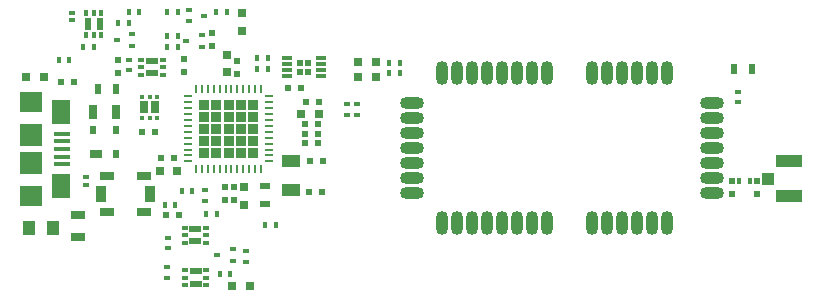
<source format=gtp>
G04 #@! TF.GenerationSoftware,KiCad,Pcbnew,5.1.0-060a0da~80~ubuntu16.04.1*
G04 #@! TF.CreationDate,2019-04-04T13:00:51+02:00*
G04 #@! TF.ProjectId,k2,6b322e6b-6963-4616-945f-706362585858,RevPB*
G04 #@! TF.SameCoordinates,Original*
G04 #@! TF.FileFunction,Paste,Top*
G04 #@! TF.FilePolarity,Positive*
%FSLAX46Y46*%
G04 Gerber Fmt 4.6, Leading zero omitted, Abs format (unit mm)*
G04 Created by KiCad (PCBNEW 5.1.0-060a0da~80~ubuntu16.04.1) date 2019-04-04 13:00:51*
%MOMM*%
%LPD*%
G04 APERTURE LIST*
%ADD10R,0.800000X0.750000*%
%ADD11R,0.750000X0.800000*%
%ADD12O,2.032000X1.016000*%
%ADD13O,1.016000X2.032000*%
%ADD14R,1.000000X1.000000*%
%ADD15R,2.200000X1.000000*%
%ADD16R,1.000000X1.250000*%
%ADD17R,0.500000X0.900000*%
%ADD18R,0.900000X0.500000*%
%ADD19R,1.300000X0.700000*%
%ADD20R,0.700000X1.300000*%
%ADD21R,0.700000X0.250000*%
%ADD22R,0.250000X0.700000*%
%ADD23R,0.830000X0.830000*%
%ADD24R,0.850000X0.300000*%
%ADD25R,0.500000X0.600000*%
%ADD26R,1.600000X1.100000*%
%ADD27R,1.380000X0.450000*%
%ADD28R,1.600000X2.100000*%
%ADD29R,1.900000X1.800000*%
%ADD30R,1.900000X1.900000*%
%ADD31R,0.510000X0.400000*%
%ADD32R,0.400000X0.600000*%
%ADD33R,0.600000X0.400000*%
%ADD34R,0.600000X0.500000*%
%ADD35R,0.797560X0.797560*%
%ADD36R,0.550000X0.300000*%
%ADD37R,0.500000X0.350000*%
%ADD38R,1.000000X0.600000*%
%ADD39R,0.350000X0.500000*%
%ADD40R,0.600000X1.000000*%
%ADD41R,0.300000X0.450000*%
%ADD42R,0.700000X1.000000*%
%ADD43R,1.150000X0.750000*%
%ADD44R,0.950000X1.400000*%
%ADD45R,0.600000X0.700000*%
%ADD46R,1.000000X0.700000*%
G04 APERTURE END LIST*
D10*
X134520000Y-91690000D03*
X133020000Y-91690000D03*
D11*
X126740000Y-86700000D03*
X126740000Y-88200000D03*
X128250000Y-99450000D03*
X128250000Y-97950000D03*
D10*
X121080000Y-96550000D03*
X122580000Y-96550000D03*
X128710000Y-106330000D03*
X127210000Y-106330000D03*
D12*
X142400000Y-94640000D03*
X142400000Y-93370000D03*
X142400000Y-92100000D03*
X142400000Y-90830000D03*
X142400000Y-95910000D03*
X142400000Y-97180000D03*
X142400000Y-98450000D03*
X167800000Y-98450000D03*
X167800000Y-97180000D03*
X167800000Y-95910000D03*
X167800000Y-90830000D03*
X167800000Y-92100000D03*
X167800000Y-93370000D03*
X167800000Y-94640000D03*
D13*
X144940000Y-88290000D03*
X146210000Y-88290000D03*
X148750000Y-88290000D03*
X147480000Y-88290000D03*
X152560000Y-88290000D03*
X153830000Y-88290000D03*
X151290000Y-88290000D03*
X150020000Y-88290000D03*
X160180000Y-88290000D03*
X161450000Y-88290000D03*
X163990000Y-88290000D03*
X162720000Y-88290000D03*
X157640000Y-88290000D03*
X158910000Y-88290000D03*
X158910000Y-100990000D03*
X157640000Y-100990000D03*
X162720000Y-100990000D03*
X163990000Y-100990000D03*
X161450000Y-100990000D03*
X160180000Y-100990000D03*
X150020000Y-100990000D03*
X151290000Y-100990000D03*
X153830000Y-100990000D03*
X152560000Y-100990000D03*
X147480000Y-100990000D03*
X148750000Y-100990000D03*
X146210000Y-100990000D03*
X144940000Y-100990000D03*
D14*
X172600000Y-97190000D03*
D15*
X174370000Y-98690000D03*
X174370000Y-95690000D03*
D16*
X110050000Y-101380000D03*
X112050000Y-101380000D03*
D17*
X171210000Y-87940000D03*
X169710000Y-87940000D03*
X115860000Y-89630000D03*
X117360000Y-89630000D03*
D18*
X129980000Y-99320000D03*
X129980000Y-97820000D03*
D19*
X114120000Y-102160000D03*
X114120000Y-100260000D03*
D20*
X117350000Y-91550000D03*
X115450000Y-91550000D03*
D21*
X130300000Y-95740000D03*
X130300000Y-95240000D03*
X130300000Y-94740000D03*
X130300000Y-94240000D03*
X130300000Y-93740000D03*
X130300000Y-93240000D03*
X130300000Y-92740000D03*
X130300000Y-92240000D03*
X130300000Y-91740000D03*
X130300000Y-91240000D03*
X130300000Y-90740000D03*
X130300000Y-90240000D03*
D22*
X129650000Y-89590000D03*
X129150000Y-89590000D03*
X128650000Y-89590000D03*
X128150000Y-89590000D03*
X127650000Y-89590000D03*
X127150000Y-89590000D03*
X126650000Y-89590000D03*
X126150000Y-89590000D03*
X125650000Y-89590000D03*
X125150000Y-89590000D03*
X124650000Y-89590000D03*
X124150000Y-89590000D03*
D21*
X123500000Y-90240000D03*
X123500000Y-90740000D03*
X123500000Y-91240000D03*
X123500000Y-91740000D03*
X123500000Y-92240000D03*
X123500000Y-92740000D03*
X123500000Y-93240000D03*
X123500000Y-93740000D03*
X123500000Y-94240000D03*
X123500000Y-94740000D03*
X123500000Y-95240000D03*
X123500000Y-95740000D03*
D22*
X124150000Y-96390000D03*
X124650000Y-96390000D03*
X125150000Y-96390000D03*
X125650000Y-96390000D03*
X126150000Y-96390000D03*
X126650000Y-96390000D03*
X127150000Y-96390000D03*
X127650000Y-96390000D03*
X128150000Y-96390000D03*
X128650000Y-96390000D03*
X129150000Y-96390000D03*
X129650000Y-96390000D03*
D23*
X124840000Y-90930000D03*
X125870000Y-90930000D03*
X126900000Y-90930000D03*
X127930000Y-90930000D03*
X128960000Y-90930000D03*
X128960000Y-91960000D03*
X127930000Y-91960000D03*
X126900000Y-91960000D03*
X125870000Y-91960000D03*
X124840000Y-91960000D03*
X128960000Y-92990000D03*
X127930000Y-92990000D03*
X126900000Y-92990000D03*
X125870000Y-92990000D03*
X124840000Y-92990000D03*
X128960000Y-94020000D03*
X127930000Y-94020000D03*
X126900000Y-94020000D03*
X125870000Y-94020000D03*
X124840000Y-94020000D03*
X128960000Y-95050000D03*
X127930000Y-95050000D03*
X126900000Y-95050000D03*
X125870000Y-95050000D03*
X124840000Y-95050000D03*
D24*
X134760000Y-88520000D03*
X134760000Y-88020000D03*
X134760000Y-87520000D03*
X134760000Y-87020000D03*
X131860000Y-87020000D03*
X131860000Y-87520000D03*
X131860000Y-88020000D03*
X131860000Y-88520000D03*
D25*
X133635000Y-88145000D03*
X133635000Y-87395000D03*
X132985000Y-88145000D03*
X132985000Y-87395000D03*
D26*
X132210000Y-98190000D03*
X132210000Y-95690000D03*
D27*
X112820000Y-93390000D03*
X112820000Y-94040000D03*
X112820000Y-94690000D03*
X112820000Y-95340000D03*
X112820000Y-95990000D03*
D28*
X112710000Y-91590000D03*
X112710000Y-97790000D03*
D29*
X110160000Y-90690000D03*
X110160000Y-98690000D03*
D30*
X110160000Y-93490000D03*
X110160000Y-95890000D03*
D31*
X124860000Y-83390000D03*
X123560000Y-82890000D03*
X123560000Y-83890000D03*
X125960000Y-103680000D03*
X127260000Y-104180000D03*
X127260000Y-103180000D03*
X123320000Y-85570000D03*
X124620000Y-86070000D03*
X124620000Y-85070000D03*
X117440000Y-85470000D03*
X118740000Y-85970000D03*
X118740000Y-84970000D03*
D32*
X130250000Y-86990000D03*
X129350000Y-86990000D03*
X130250000Y-87890000D03*
X129350000Y-87890000D03*
X130020000Y-101130000D03*
X130920000Y-101130000D03*
X126770000Y-83130000D03*
X125870000Y-83130000D03*
X121710000Y-83050000D03*
X122610000Y-83050000D03*
D33*
X121730000Y-105580000D03*
X121730000Y-104680000D03*
X124870000Y-99080000D03*
X124870000Y-98180000D03*
D32*
X122920000Y-98280000D03*
X123820000Y-98280000D03*
D33*
X121740000Y-103110000D03*
X121740000Y-102210000D03*
D32*
X122390000Y-99420000D03*
X121490000Y-99420000D03*
X125030000Y-100170000D03*
X125930000Y-100170000D03*
D33*
X128370000Y-103320000D03*
X128370000Y-104220000D03*
D32*
X127060000Y-105280000D03*
X126160000Y-105280000D03*
X112520000Y-87170000D03*
X113420000Y-87170000D03*
D33*
X118510000Y-88020000D03*
X118510000Y-87120000D03*
D32*
X115490000Y-86040000D03*
X114590000Y-86040000D03*
D33*
X136890000Y-91780000D03*
X136890000Y-90880000D03*
X137790000Y-90880000D03*
X137790000Y-91780000D03*
D32*
X119360000Y-83090000D03*
X118460000Y-83090000D03*
X118460000Y-83990000D03*
X117560000Y-83990000D03*
X121700000Y-85160000D03*
X122600000Y-85160000D03*
X122600000Y-86060000D03*
X121700000Y-86060000D03*
D33*
X170000000Y-90750000D03*
X170000000Y-89850000D03*
D32*
X140490000Y-87370000D03*
X141390000Y-87370000D03*
X140490000Y-88270000D03*
X141390000Y-88270000D03*
D34*
X122690000Y-100270000D03*
X121590000Y-100270000D03*
X122290000Y-95470000D03*
X121190000Y-95470000D03*
X119590000Y-93220000D03*
X120690000Y-93220000D03*
D25*
X127390000Y-97940000D03*
X127390000Y-99040000D03*
X127640000Y-88320000D03*
X127640000Y-87220000D03*
X126590000Y-99040000D03*
X126590000Y-97940000D03*
X123090000Y-87110000D03*
X123090000Y-88210000D03*
D34*
X133760000Y-95690000D03*
X134860000Y-95690000D03*
X133730000Y-98340000D03*
X134830000Y-98340000D03*
X133380000Y-92590000D03*
X134480000Y-92590000D03*
X133420000Y-90750000D03*
X134520000Y-90750000D03*
X133380000Y-94190000D03*
X134480000Y-94190000D03*
X133380000Y-93390000D03*
X134480000Y-93390000D03*
D25*
X125480000Y-85940000D03*
X125480000Y-84840000D03*
D34*
X131960000Y-89550000D03*
X133060000Y-89550000D03*
X113830000Y-89030000D03*
X112730000Y-89030000D03*
D25*
X117510000Y-88290000D03*
X117510000Y-87190000D03*
D35*
X128060000Y-84679300D03*
X128060000Y-83180700D03*
X111259300Y-88560000D03*
X109760700Y-88560000D03*
X139379300Y-87290000D03*
X137880700Y-87290000D03*
X139379300Y-88570000D03*
X137880700Y-88570000D03*
D36*
X113690000Y-83155000D03*
X113690000Y-83805000D03*
X114810000Y-97735000D03*
X114810000Y-97085000D03*
D37*
X123180000Y-101340000D03*
X123180000Y-101990000D03*
X123180000Y-102640000D03*
X124980000Y-102640000D03*
X124980000Y-101990000D03*
X124980000Y-101340000D03*
D38*
X124080000Y-101465000D03*
X124080000Y-102515000D03*
D37*
X125010000Y-106230000D03*
X125010000Y-105580000D03*
X125010000Y-104930000D03*
X123210000Y-104930000D03*
X123210000Y-105580000D03*
X123210000Y-106230000D03*
D38*
X124110000Y-106105000D03*
X124110000Y-105055000D03*
D37*
X119520000Y-87120000D03*
X119520000Y-87770000D03*
X119520000Y-88420000D03*
X121320000Y-88420000D03*
X121320000Y-87770000D03*
X121320000Y-87120000D03*
D38*
X120420000Y-87245000D03*
X120420000Y-88295000D03*
D39*
X116140000Y-83210000D03*
X115490000Y-83210000D03*
X114840000Y-83210000D03*
X114840000Y-85010000D03*
X115490000Y-85010000D03*
X116140000Y-85010000D03*
D40*
X116015000Y-84110000D03*
X114965000Y-84110000D03*
D41*
X119580000Y-92070000D03*
X120230000Y-92070000D03*
X120880000Y-92070000D03*
X120880000Y-90270000D03*
X120230000Y-90270000D03*
X119580000Y-90270000D03*
D42*
X119780000Y-91170000D03*
X120680000Y-91170000D03*
D43*
X116635000Y-96965000D03*
X119785000Y-96965000D03*
X119785000Y-100015000D03*
D44*
X120285000Y-98490000D03*
X116135000Y-98490000D03*
D43*
X116635000Y-100015000D03*
D45*
X117340000Y-95080000D03*
D46*
X115640000Y-95080000D03*
D45*
X117340000Y-93080000D03*
X115440000Y-93080000D03*
D25*
X169510000Y-97390000D03*
X169510000Y-98490000D03*
X171650000Y-98490000D03*
X171650000Y-97390000D03*
D32*
X170130000Y-97390000D03*
X171030000Y-97390000D03*
M02*

</source>
